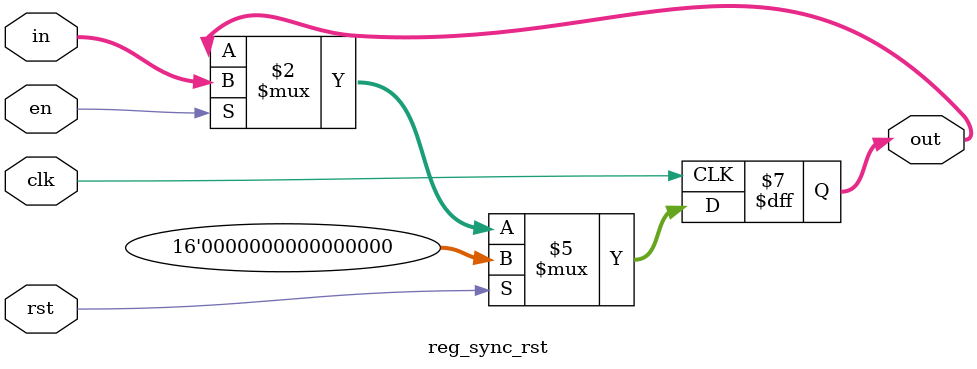
<source format=v>
`timescale 1ns/1ps

module reg_sync_rst #(
    parameter WIDTH = 16
)(
    input  wire clk,
    input  wire rst,    
    input  wire en,            

    input  wire [WIDTH-1:0] in,
    output reg  [WIDTH-1:0] out
);
    always @(posedge clk) begin
        if (rst) begin
            out <= 0;
        end else if (en) begin
            out <= in;
        end
    end
endmodule
</source>
